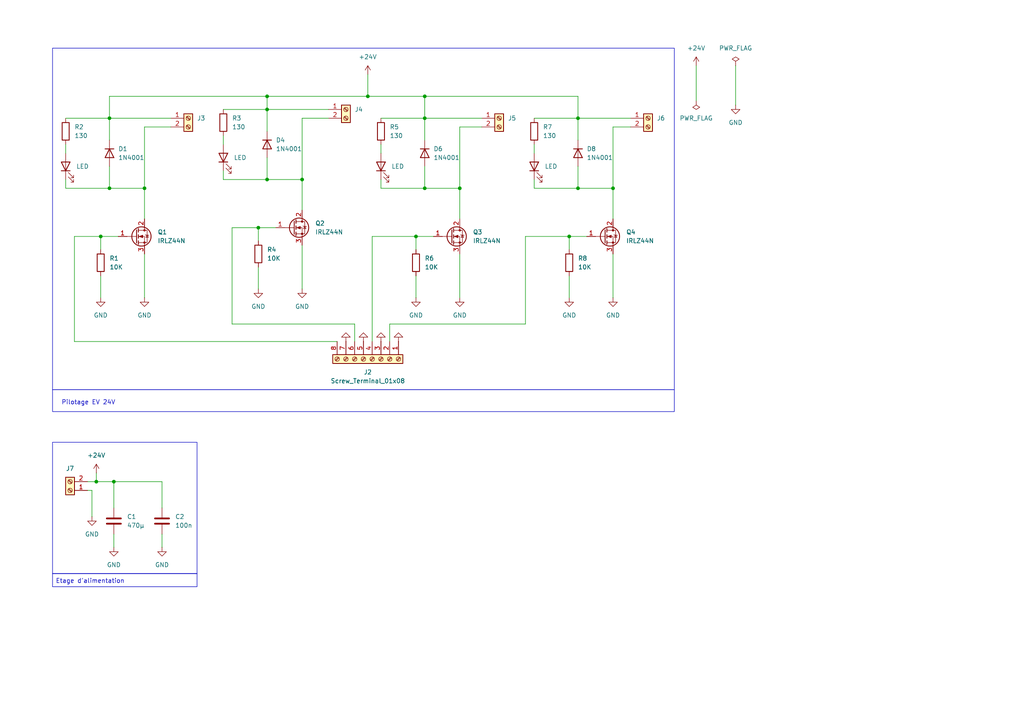
<source format=kicad_sch>
(kicad_sch (version 20231120) (generator "eeschema") (generator_version "8.0")
  (paper "A4")
  (title_block (title "Pilotage EV 24V / Pompe") (date "2024-06-20") (company "Integra Metering ") (comment 1 "Amine Hatibi"))
  (lib_symbols
    (symbol "Connector:Screw_Terminal_01x02" (pin_names (offset 1.016) hide)
      (property "Reference" "J" (at 0 2.54 0))
      (property "Value" "Screw_Terminal_01x02" (at 0 -5.08 0))
      (symbol "Screw_Terminal_01x02_1_1"
        (rectangle (start -1.27 1.27) (end 1.27 -3.81) (stroke (width 0.254)) (fill (type background)))
        (circle (center 0 -2.54) (radius 0.635) (stroke (width 0.1524)))
        (polyline (pts (xy -0.5334 -2.2098) (xy 0.3302 -3.048)) (stroke (width 0.1524)))
        (polyline (pts (xy -0.5334 0.3302) (xy 0.3302 -0.508)) (stroke (width 0.1524)))
        (polyline (pts (xy -0.3556 -2.032) (xy 0.508 -2.8702)) (stroke (width 0.1524)))
        (polyline (pts (xy -0.3556 0.508) (xy 0.508 -0.3302)) (stroke (width 0.1524)))
        (circle (center 0 0) (radius 0.635) (stroke (width 0.1524)))
        (pin passive line (at -5.08 0 0) (length 3.81) (name "Pin_1") (number "1"))
        (pin passive line (at -5.08 -2.54 0) (length 3.81) (name "Pin_2") (number "2"))
      )
    )
    (symbol "Connector:Screw_Terminal_01x08" (pin_names (offset 1.016) hide)
      (property "Reference" "J" (at 0 10.16 0))
      (property "Value" "Screw_Terminal_01x08" (at 0 -12.7 0))
      (symbol "Screw_Terminal_01x08_1_1"
        (rectangle (start -1.27 8.89) (end 1.27 -11.43) (stroke (width 0.254)) (fill (type background)))
        (circle (center 0 -10.16) (radius 0.635) (stroke (width 0.1524)))
        (circle (center 0 -7.62) (radius 0.635) (stroke (width 0.1524)))
        (circle (center 0 -5.08) (radius 0.635) (stroke (width 0.1524)))
        (circle (center 0 -2.54) (radius 0.635) (stroke (width 0.1524)))
        (polyline (pts (xy -0.5334 -9.8298) (xy 0.3302 -10.668)) (stroke (width 0.1524)))
        (polyline (pts (xy -0.5334 -7.2898) (xy 0.3302 -8.128)) (stroke (width 0.1524)))
        (polyline (pts (xy -0.5334 -4.7498) (xy 0.3302 -5.588)) (stroke (width 0.1524)))
        (polyline (pts (xy -0.5334 -2.2098) (xy 0.3302 -3.048)) (stroke (width 0.1524)))
        (polyline (pts (xy -0.5334 0.3302) (xy 0.3302 -0.508)) (stroke (width 0.1524)))
        (polyline (pts (xy -0.5334 2.8702) (xy 0.3302 2.032)) (stroke (width 0.1524)))
        (polyline (pts (xy -0.5334 5.4102) (xy 0.3302 4.572)) (stroke (width 0.1524)))
        (polyline (pts (xy -0.5334 7.9502) (xy 0.3302 7.112)) (stroke (width 0.1524)))
        (polyline (pts (xy -0.3556 -9.652) (xy 0.508 -10.4902)) (stroke (width 0.1524)))
        (polyline (pts (xy -0.3556 -7.112) (xy 0.508 -7.9502)) (stroke (width 0.1524)))
        (polyline (pts (xy -0.3556 -4.572) (xy 0.508 -5.4102)) (stroke (width 0.1524)))
        (polyline (pts (xy -0.3556 -2.032) (xy 0.508 -2.8702)) (stroke (width 0.1524)))
        (polyline (pts (xy -0.3556 0.508) (xy 0.508 -0.3302)) (stroke (width 0.1524)))
        (polyline (pts (xy -0.3556 3.048) (xy 0.508 2.2098)) (stroke (width 0.1524)))
        (polyline (pts (xy -0.3556 5.588) (xy 0.508 4.7498)) (stroke (width 0.1524)))
        (polyline (pts (xy -0.3556 8.128) (xy 0.508 7.2898)) (stroke (width 0.1524)))
        (circle (center 0 0) (radius 0.635) (stroke (width 0.1524)))
        (circle (center 0 2.54) (radius 0.635) (stroke (width 0.1524)))
        (circle (center 0 5.08) (radius 0.635) (stroke (width 0.1524)))
        (circle (center 0 7.62) (radius 0.635) (stroke (width 0.1524)))
        (pin passive line (at -5.08 7.62 0) (length 3.81) (name "Pin_1") (number "1"))
        (pin passive line (at -5.08 5.08 0) (length 3.81) (name "Pin_2") (number "2"))
        (pin passive line (at -5.08 2.54 0) (length 3.81) (name "Pin_3") (number "3"))
        (pin passive line (at -5.08 0 0) (length 3.81) (name "Pin_4") (number "4"))
        (pin passive line (at -5.08 -2.54 0) (length 3.81) (name "Pin_5") (number "5"))
        (pin passive line (at -5.08 -5.08 0) (length 3.81) (name "Pin_6") (number "6"))
        (pin passive line (at -5.08 -7.62 0) (length 3.81) (name "Pin_7") (number "7"))
        (pin passive line (at -5.08 -10.16 0) (length 3.81) (name "Pin_8") (number "8"))
      )
    )
    (symbol "Device:C" (pin_numbers hide) (pin_names (offset 0.254))
      (property "Reference" "C" (at 0.635 2.54 0))
      (property "Value" "C" (at 0.635 -2.54 0))
      (symbol "C_0_1"
        (polyline (pts (xy -2.032 -0.762) (xy 2.032 -0.762)) (stroke (width 0.508)))
        (polyline (pts (xy -2.032 0.762) (xy 2.032 0.762)) (stroke (width 0.508)))
      )
      (symbol "C_1_1"
        (pin passive line (at 0 3.81 270) (length 2.794) (name "~") (number "1"))
        (pin passive line (at 0 -3.81 90) (length 2.794) (name "~") (number "2"))
      )
    )
    (symbol "Device:LED" (pin_numbers hide) (pin_names (offset 1.016) hide)
      (property "Reference" "D" (at 0 2.54 0))
      (property "Value" "LED" (at 0 -2.54 0))
      (symbol "LED_0_1"
        (polyline (pts (xy -1.27 -1.27) (xy -1.27 1.27)) (stroke (width 0.254)))
        (polyline (pts (xy -1.27 0) (xy 1.27 0)))
        (polyline (pts (xy 1.27 -1.27) (xy 1.27 1.27) (xy -1.27 0) (xy 1.27 -1.27)) (stroke (width 0.254)))
        (polyline (pts (xy -3.048 -0.762) (xy -4.572 -2.286) (xy -3.81 -2.286) (xy -4.572 -2.286) (xy -4.572 -1.524)))
        (polyline (pts (xy -1.778 -0.762) (xy -3.302 -2.286) (xy -2.54 -2.286) (xy -3.302 -2.286) (xy -3.302 -1.524)))
      )
      (symbol "LED_1_1"
        (pin passive line (at -3.81 0 0) (length 2.54) (name "K") (number "1"))
        (pin passive line (at 3.81 0 180) (length 2.54) (name "A") (number "2"))
      )
    )
    (symbol "Device:R" (pin_numbers hide) (pin_names (offset 0))
      (property "Reference" "R" (at 2.032 0 90))
      (property "Value" "R" (at 0 0 90))
      (symbol "R_0_1"
        (rectangle (start -1.016 -2.54) (end 1.016 2.54) (stroke (width 0.254)))
      )
      (symbol "R_1_1"
        (pin passive line (at 0 3.81 270) (length 1.27) (name "~") (number "1"))
        (pin passive line (at 0 -3.81 90) (length 1.27) (name "~") (number "2"))
      )
    )
    (symbol "Diode:1N4001" (pin_numbers hide) (pin_names hide)
      (property "Reference" "D" (at 0 2.54 0))
      (property "Value" "1N4001" (at 0 -2.54 0))
      (symbol "1N4001_0_1"
        (polyline (pts (xy -1.27 1.27) (xy -1.27 -1.27)) (stroke (width 0.254)))
        (polyline (pts (xy 1.27 0) (xy -1.27 0)))
        (polyline (pts (xy 1.27 1.27) (xy 1.27 -1.27) (xy -1.27 0) (xy 1.27 1.27)) (stroke (width 0.254)))
      )
      (symbol "1N4001_1_1"
        (pin passive line (at -3.81 0 0) (length 2.54) (name "K") (number "1"))
        (pin passive line (at 3.81 0 180) (length 2.54) (name "A") (number "2"))
      )
    )
    (symbol "R_1" (pin_numbers hide) (pin_names (offset 0))
      (property "Reference" "R" (at 2.032 0 90))
      (property "Value" "R" (at 0 0 90))
      (symbol "R_1_0_1"
        (rectangle (start -1.016 -2.54) (end 1.016 2.54) (stroke (width 0.254)))
      )
      (symbol "R_1_1_1"
        (pin passive line (at 0 3.81 270) (length 1.27) (name "~") (number "1"))
        (pin passive line (at 0 -3.81 90) (length 1.27) (name "~") (number "2"))
      )
    )
    (symbol "Transistor_FET:IRLZ44N" (pin_names hide)
      (property "Reference" "Q" (at 5.08 1.905 0))
      (property "Value" "IRLZ44N" (at 5.08 0 0))
      (symbol "IRLZ44N_0_1"
        (polyline (pts (xy 0.254 0) (xy -2.54 0)))
        (polyline (pts (xy 0.254 1.905) (xy 0.254 -1.905)) (stroke (width 0.254)))
        (polyline (pts (xy 0.762 -1.27) (xy 0.762 -2.286)) (stroke (width 0.254)))
        (polyline (pts (xy 0.762 0.508) (xy 0.762 -0.508)) (stroke (width 0.254)))
        (polyline (pts (xy 0.762 2.286) (xy 0.762 1.27)) (stroke (width 0.254)))
        (polyline (pts (xy 2.54 2.54) (xy 2.54 1.778)))
        (polyline (pts (xy 2.54 -2.54) (xy 2.54 0) (xy 0.762 0)))
        (polyline (pts (xy 0.762 -1.778) (xy 3.302 -1.778) (xy 3.302 1.778) (xy 0.762 1.778)))
        (polyline (pts (xy 1.016 0) (xy 2.032 0.381) (xy 2.032 -0.381) (xy 1.016 0)) (fill (type outline)))
        (polyline (pts (xy 2.794 0.508) (xy 2.921 0.381) (xy 3.683 0.381) (xy 3.81 0.254)))
        (polyline (pts (xy 3.302 0.381) (xy 2.921 -0.254) (xy 3.683 -0.254) (xy 3.302 0.381)))
        (circle (center 1.651 0) (radius 2.794) (stroke (width 0.254)))
        (circle (center 2.54 -1.778) (radius 0.254) (fill (type outline)))
        (circle (center 2.54 1.778) (radius 0.254) (fill (type outline)))
      )
      (symbol "IRLZ44N_1_1"
        (pin input line (at -5.08 0 0) (length 2.54) (name "G") (number "1"))
        (pin passive line (at 2.54 5.08 270) (length 2.54) (name "D") (number "2"))
        (pin passive line (at 2.54 -5.08 90) (length 2.54) (name "S") (number "3"))
      )
    )
    (symbol "power:GND" (power) (pin_numbers hide) (pin_names (offset 0) hide)
      (property "Value" "GND" (at 0 -3.81 0))
      (symbol "GND_0_1"
        (polyline (pts (xy 0 0) (xy 0 -1.27) (xy 1.27 -1.27) (xy 0 -2.54) (xy -1.27 -1.27) (xy 0 -1.27)))
      )
      (symbol "GND_1_1"
        (pin power_in line (at 0 0 270) (length 0) (name "~") (number "1"))
      )
    )
    (symbol "power:PWR_FLAG" (power) (pin_numbers hide) (pin_names (offset 0) hide)
      (property "Value" "PWR_FLAG" (at 0 3.81 0))
      (symbol "PWR_FLAG_0_0"
        (pin power_out line (at 0 0 90) (length 0) (name "~") (number "1"))
      )
      (symbol "PWR_FLAG_0_1"
        (polyline (pts (xy 0 0) (xy 0 1.27) (xy -1.016 1.905) (xy 0 2.54) (xy 1.016 1.905) (xy 0 1.27)))
      )
    )
    (symbol "power:VCC" (power) (pin_numbers hide) (pin_names (offset 0) hide)
      (property "Value" "VCC" (at 0 3.556 0))
      (symbol "VCC_0_1"
        (polyline (pts (xy -0.762 1.27) (xy 0 2.54)))
        (polyline (pts (xy 0 0) (xy 0 2.54)))
        (polyline (pts (xy 0 2.54) (xy 0.762 1.27)))
      )
      (symbol "VCC_1_1"
        (pin power_in line (at 0 0 90) (length 0) (name "~") (number "1"))
      )
    )
  )
  (junction (at 177.8 54.61))
  (junction (at 123.19 54.61))
  (junction (at 120.65 68.58))
  (junction (at 41.91 54.61))
  (junction (at 123.19 34.29))
  (junction (at 77.47 52.07))
  (junction (at 77.47 31.75))
  (junction (at 29.21 68.58))
  (junction (at 74.93 66.04))
  (junction (at 165.1 68.58))
  (junction (at 31.75 34.29))
  (junction (at 33.02 139.7))
  (junction (at 27.94 139.7))
  (junction (at 77.47 27.94))
  (junction (at 106.68 27.94))
  (junction (at 87.63 52.07))
  (junction (at 123.19 27.94))
  (junction (at 31.75 54.61))
  (junction (at 167.64 34.29))
  (junction (at 133.35 54.61))
  (junction (at 167.64 54.61))
  (wire (pts (xy 167.64 34.29) (xy 182.88 34.29)))
  (wire (pts (xy 102.87 99.06) (xy 102.87 93.98)))
  (wire (pts (xy 87.63 71.12) (xy 87.63 83.82)))
  (wire (pts (xy 110.49 41.91) (xy 110.49 44.45)))
  (wire (pts (xy 77.47 52.07) (xy 77.47 45.72)))
  (wire (pts (xy 123.19 54.61) (xy 133.35 54.61)))
  (wire (pts (xy 41.91 73.66) (xy 41.91 86.36)))
  (wire (pts (xy 106.68 27.94) (xy 123.19 27.94)))
  (wire (pts (xy 25.4 142.24) (xy 26.67 142.24)))
  (wire (pts (xy 33.02 139.7) (xy 33.02 147.32)))
  (wire (pts (xy 77.47 52.07) (xy 87.63 52.07)))
  (wire (pts (xy 167.64 34.29) (xy 167.64 40.64)))
  (wire (pts (xy 167.64 54.61) (xy 177.8 54.61)))
  (wire (pts (xy 46.99 139.7) (xy 46.99 147.32)))
  (wire (pts (xy 177.8 36.83) (xy 177.8 54.61)))
  (wire (pts (xy 201.93 19.05) (xy 201.93 29.21)))
  (wire (pts (xy 77.47 27.94) (xy 106.68 27.94)))
  (wire (pts (xy 154.94 52.07) (xy 154.94 54.61)))
  (wire (pts (xy 110.49 54.61) (xy 123.19 54.61)))
  (wire (pts (xy 165.1 68.58) (xy 165.1 72.39)))
  (wire (pts (xy 64.77 49.53) (xy 64.77 52.07)))
  (wire (pts (xy 107.95 68.58) (xy 120.65 68.58)))
  (wire (pts (xy 167.64 27.94) (xy 167.64 34.29)))
  (wire (pts (xy 106.68 21.59) (xy 106.68 27.94)))
  (wire (pts (xy 133.35 36.83) (xy 133.35 54.61)))
  (wire (pts (xy 26.67 142.24) (xy 26.67 149.86)))
  (wire (pts (xy 21.59 99.06) (xy 97.79 99.06)))
  (wire (pts (xy 113.03 93.98) (xy 152.4 93.98)))
  (wire (pts (xy 167.64 54.61) (xy 167.64 48.26)))
  (wire (pts (xy 25.4 139.7) (xy 27.94 139.7)))
  (wire (pts (xy 120.65 80.01) (xy 120.65 86.36)))
  (wire (pts (xy 177.8 54.61) (xy 177.8 63.5)))
  (wire (pts (xy 29.21 68.58) (xy 34.29 68.58)))
  (wire (pts (xy 77.47 31.75) (xy 77.47 38.1)))
  (wire (pts (xy 123.19 27.94) (xy 167.64 27.94)))
  (wire (pts (xy 21.59 99.06) (xy 21.59 68.58)))
  (wire (pts (xy 107.95 99.06) (xy 107.95 68.58)))
  (wire (pts (xy 19.05 54.61) (xy 31.75 54.61)))
  (wire (pts (xy 74.93 66.04) (xy 80.01 66.04)))
  (wire (pts (xy 95.25 34.29) (xy 87.63 34.29)))
  (wire (pts (xy 154.94 34.29) (xy 167.64 34.29)))
  (wire (pts (xy 64.77 39.37) (xy 64.77 41.91)))
  (wire (pts (xy 165.1 80.01) (xy 165.1 86.36)))
  (wire (pts (xy 133.35 54.61) (xy 133.35 63.5)))
  (wire (pts (xy 27.94 137.16) (xy 27.94 139.7)))
  (wire (pts (xy 46.99 154.94) (xy 46.99 158.75)))
  (wire (pts (xy 49.53 36.83) (xy 41.91 36.83)))
  (wire (pts (xy 21.59 68.58) (xy 29.21 68.58)))
  (wire (pts (xy 31.75 54.61) (xy 31.75 48.26)))
  (wire (pts (xy 120.65 68.58) (xy 125.73 68.58)))
  (wire (pts (xy 31.75 34.29) (xy 31.75 27.94)))
  (wire (pts (xy 41.91 36.83) (xy 41.91 54.61)))
  (wire (pts (xy 213.36 19.05) (xy 213.36 30.48)))
  (wire (pts (xy 33.02 139.7) (xy 46.99 139.7)))
  (wire (pts (xy 102.87 93.98) (xy 67.31 93.98)))
  (wire (pts (xy 31.75 54.61) (xy 41.91 54.61)))
  (wire (pts (xy 123.19 34.29) (xy 139.7 34.29)))
  (wire (pts (xy 120.65 68.58) (xy 120.65 72.39)))
  (wire (pts (xy 139.7 36.83) (xy 133.35 36.83)))
  (wire (pts (xy 31.75 27.94) (xy 77.47 27.94)))
  (wire (pts (xy 27.94 139.7) (xy 33.02 139.7)))
  (wire (pts (xy 41.91 54.61) (xy 41.91 63.5)))
  (wire (pts (xy 29.21 80.01) (xy 29.21 86.36)))
  (wire (pts (xy 31.75 34.29) (xy 49.53 34.29)))
  (wire (pts (xy 74.93 77.47) (xy 74.93 83.82)))
  (wire (pts (xy 154.94 41.91) (xy 154.94 44.45)))
  (wire (pts (xy 182.88 36.83) (xy 177.8 36.83)))
  (wire (pts (xy 113.03 99.06) (xy 113.03 93.98)))
  (wire (pts (xy 87.63 34.29) (xy 87.63 52.07)))
  (wire (pts (xy 123.19 27.94) (xy 123.19 34.29)))
  (wire (pts (xy 33.02 154.94) (xy 33.02 158.75)))
  (wire (pts (xy 123.19 34.29) (xy 123.19 40.64)))
  (wire (pts (xy 87.63 52.07) (xy 87.63 60.96)))
  (wire (pts (xy 64.77 31.75) (xy 77.47 31.75)))
  (wire (pts (xy 154.94 54.61) (xy 167.64 54.61)))
  (wire (pts (xy 31.75 34.29) (xy 31.75 40.64)))
  (wire (pts (xy 110.49 52.07) (xy 110.49 54.61)))
  (wire (pts (xy 152.4 68.58) (xy 152.4 93.98)))
  (wire (pts (xy 19.05 34.29) (xy 31.75 34.29)))
  (wire (pts (xy 165.1 68.58) (xy 170.18 68.58)))
  (wire (pts (xy 19.05 52.07) (xy 19.05 54.61)))
  (wire (pts (xy 152.4 68.58) (xy 165.1 68.58)))
  (wire (pts (xy 177.8 73.66) (xy 177.8 86.36)))
  (wire (pts (xy 29.21 68.58) (xy 29.21 72.39)))
  (wire (pts (xy 77.47 31.75) (xy 95.25 31.75)))
  (wire (pts (xy 110.49 34.29) (xy 123.19 34.29)))
  (wire (pts (xy 64.77 52.07) (xy 77.47 52.07)))
  (wire (pts (xy 74.93 66.04) (xy 74.93 69.85)))
  (wire (pts (xy 67.31 66.04) (xy 74.93 66.04)))
  (wire (pts (xy 77.47 27.94) (xy 77.47 31.75)))
  (wire (pts (xy 133.35 73.66) (xy 133.35 86.36)))
  (wire (pts (xy 123.19 54.61) (xy 123.19 48.26)))
  (wire (pts (xy 19.05 41.91) (xy 19.05 44.45)))
  (wire (pts (xy 67.31 93.98) (xy 67.31 66.04)))
  (rectangle (start 15.24 128.27) (end 57.15 166.37))
  (rectangle (start 15.24 113.03) (end 195.58 119.38))
  (rectangle (start 15.24 13.97) (end 195.58 113.03))
  (rectangle (start 15.24 166.37) (end 57.15 170.18))
  (text "Etage d'alimentation\n\n" (at 26.162 169.672 0) (effects (font (size 1.27 1.27))))
  (text "Pilotage EV 24V\n" (at 25.654 116.84 0) (effects (font (size 1.27 1.27))))
  (symbol (lib_id "power:VCC") (at 106.68 21.59 0) (unit 1)
    (property "Reference" "#PWR013" (effects (hide yes)))
    (property "Value" "+24V" (at 106.68 16.51 0))
    (property "Description" "Power symbol creates a global label with name \"VCC\"" (effects (hide yes)))
  )
  (symbol (lib_id "power:GND") (at 177.8 86.36 0) (unit 1)
    (property "Reference" "#PWR012" (effects (hide yes)))
    (property "Value" "GND" (at 177.8 91.44 0))
    (property "Description" "Power symbol creates a global label with name \"GND\" , ground" (effects (hide yes)))
  )
  (symbol (lib_id "Connector:Screw_Terminal_01x02") (at 144.78 34.29 0) (unit 1)
    (property "Reference" "J5" (at 147.32 34.2899 0) (effects (justify left)))
    (property "Value" "Screw_Terminal_01x02" (effects (hide yes)))
    (property "Description" "Generic screw terminal, single row, 01x02, script generated (kicad-library-utils/schlib/autogen/connector/)" (effects (hide yes)))
  )
  (symbol (lib_id "Transistor_FET:IRLZ44N") (at 130.81 68.58 0) (unit 1)
    (property "Reference" "Q3" (at 137.16 67.3099 0) (effects (justify left)))
    (property "Value" "IRLZ44N" (at 137.16 69.8499 0) (effects (justify left)))
    (property "Footprint" "Package_TO_SOT_THT:TO-220-3_Vertical" (effects (hide yes)))
    (property "Datasheet" "http://www.irf.com/product-info/datasheets/data/irlz44n.pdf" (effects (hide yes)))
    (property "Description" "47A Id, 55V Vds, 22mOhm Rds Single N-Channel HEXFET Power MOSFET, TO-220AB" (effects (hide yes)))
  )
  (symbol (lib_id "power:GND") (at 46.99 158.75 0) (unit 1)
    (property "Reference" "#PWR018" (effects (hide yes)))
    (property "Value" "GND" (at 46.99 163.83 0))
    (property "Description" "Power symbol creates a global label with name \"GND\" , ground" (effects (hide yes)))
  )
  (symbol (lib_id "Connector:Screw_Terminal_01x02") (at 54.61 34.29 0) (unit 1)
    (property "Reference" "J3" (at 57.15 34.2899 0) (effects (justify left)))
    (property "Value" "Screw_Terminal_01x02" (effects (hide yes)))
    (property "Description" "Generic screw terminal, single row, 01x02, script generated (kicad-library-utils/schlib/autogen/connector/)" (effects (hide yes)))
  )
  (symbol (lib_id "Device:C") (at 46.99 151.13 0) (unit 1)
    (property "Reference" "C2" (at 50.8 149.8599 0) (effects (justify left)))
    (property "Value" "100n" (at 50.8 152.3999 0) (effects (justify left)))
    (property "Description" "Unpolarized capacitor" (effects (hide yes)))
  )
  (symbol (lib_id "power:PWR_FLAG") (at 201.93 29.21 180) (unit 1)
    (property "Reference" "#FLG01" (effects (hide yes)))
    (property "Value" "PWR_FLAG" (at 201.93 34.29 0))
    (property "Description" "Special symbol for telling ERC where power comes from" (effects (hide yes)))
  )
  (symbol (lib_name "R_1") (lib_id "Device:R") (at 165.1 76.2 0) (unit 1)
    (property "Reference" "R8" (at 167.64 74.9299 0) (effects (justify left)))
    (property "Value" "10K" (at 167.64 77.4699 0) (effects (justify left)))
    (property "Footprint" "Resistor_THT:R_Axial_DIN0411_L9.9mm_D3.6mm_P12.70mm_Horizontal" (effects (hide yes)))
    (property "Description" "Resistor" (effects (hide yes)))
  )
  (symbol (lib_id "power:PWR_FLAG") (at 213.36 19.05 0) (unit 1)
    (property "Reference" "#FLG02" (effects (hide yes)))
    (property "Value" "PWR_FLAG" (at 213.36 13.97 0))
    (property "Description" "Special symbol for telling ERC where power comes from" (effects (hide yes)))
  )
  (symbol (lib_name "R_1") (lib_id "Device:R") (at 120.65 76.2 0) (unit 1)
    (property "Reference" "R6" (at 123.19 74.9299 0) (effects (justify left)))
    (property "Value" "10K" (at 123.19 77.4699 0) (effects (justify left)))
    (property "Footprint" "Resistor_THT:R_Axial_DIN0411_L9.9mm_D3.6mm_P12.70mm_Horizontal" (effects (hide yes)))
    (property "Description" "Resistor" (effects (hide yes)))
  )
  (symbol (lib_id "Device:R") (at 154.94 38.1 0) (unit 1)
    (property "Reference" "R7" (at 157.48 36.8299 0) (effects (justify left)))
    (property "Value" "130" (at 157.48 39.3699 0) (effects (justify left)))
    (property "Footprint" "Resistor_THT:R_Axial_DIN0411_L9.9mm_D3.6mm_P12.70mm_Horizontal" (effects (hide yes)))
    (property "Description" "Resistor" (effects (hide yes)))
  )
  (symbol (lib_id "power:GND") (at 110.49 99.06 180) (unit 1)
    (property "Reference" "#PWR07" (effects (hide yes)))
    (property "Value" "GND" (effects (hide yes)))
    (property "Description" "Power symbol creates a global label with name \"GND\" , ground" (effects (hide yes)))
  )
  (symbol (lib_id "Transistor_FET:IRLZ44N") (at 39.37 68.58 0) (unit 1)
    (property "Reference" "Q1" (at 45.72 67.3099 0) (effects (justify left)))
    (property "Value" "IRLZ44N" (at 45.72 69.8499 0) (effects (justify left)))
    (property "Footprint" "Package_TO_SOT_THT:TO-220-3_Vertical" (effects (hide yes)))
    (property "Datasheet" "http://www.irf.com/product-info/datasheets/data/irlz44n.pdf" (effects (hide yes)))
    (property "Description" "47A Id, 55V Vds, 22mOhm Rds Single N-Channel HEXFET Power MOSFET, TO-220AB" (effects (hide yes)))
  )
  (symbol (lib_id "power:VCC") (at 201.93 19.05 0) (unit 1)
    (property "Reference" "#PWR020" (effects (hide yes)))
    (property "Value" "+24V" (at 201.93 13.97 0))
    (property "Description" "Power symbol creates a global label with name \"VCC\"" (effects (hide yes)))
  )
  (symbol (lib_id "Device:R") (at 19.05 38.1 0) (unit 1)
    (property "Reference" "R2" (at 21.59 36.8299 0) (effects (justify left)))
    (property "Value" "130" (at 21.59 39.3699 0) (effects (justify left)))
    (property "Footprint" "Resistor_THT:R_Axial_DIN0411_L9.9mm_D3.6mm_P12.70mm_Horizontal" (effects (hide yes)))
    (property "Description" "Resistor" (effects (hide yes)))
  )
  (symbol (lib_id "Device:C") (at 33.02 151.13 0) (unit 1)
    (property "Reference" "C1" (at 36.83 149.8599 0) (effects (justify left)))
    (property "Value" "470µ" (at 36.83 152.3999 0) (effects (justify left)))
    (property "Description" "Unpolarized capacitor" (effects (hide yes)))
  )
  (symbol (lib_id "Diode:1N4001") (at 123.19 44.45 270) (unit 1)
    (property "Reference" "D6" (at 125.73 43.1799 90) (effects (justify left)))
    (property "Value" "1N4001" (at 125.73 45.7199 90) (effects (justify left)))
    (property "Footprint" "Diode_THT:D_DO-41_SOD81_P10.16mm_Horizontal" (effects (hide yes)))
    (property "Datasheet" "http://www.vishay.com/docs/88503/1n4001.pdf" (effects (hide yes)))
    (property "Description" "50V 1A General Purpose Rectifier Diode, DO-41" (effects (hide yes)))
    (property "Sim.Device" "D" (effects (hide yes)))
    (property "Sim.Pins" "1=K 2=A" (effects (hide yes)))
  )
  (symbol (lib_id "Diode:1N4001") (at 167.64 44.45 270) (unit 1)
    (property "Reference" "D8" (at 170.18 43.1799 90) (effects (justify left)))
    (property "Value" "1N4001" (at 170.18 45.7199 90) (effects (justify left)))
    (property "Footprint" "Diode_THT:D_DO-41_SOD81_P10.16mm_Horizontal" (effects (hide yes)))
    (property "Datasheet" "http://www.vishay.com/docs/88503/1n4001.pdf" (effects (hide yes)))
    (property "Description" "50V 1A General Purpose Rectifier Diode, DO-41" (effects (hide yes)))
    (property "Sim.Device" "D" (effects (hide yes)))
    (property "Sim.Pins" "1=K 2=A" (effects (hide yes)))
  )
  (symbol (lib_id "power:GND") (at 26.67 149.86 0) (unit 1)
    (property "Reference" "#PWR019" (effects (hide yes)))
    (property "Value" "GND" (at 26.67 154.94 0))
    (property "Description" "Power symbol creates a global label with name \"GND\" , ground" (effects (hide yes)))
  )
  (symbol (lib_id "Connector:Screw_Terminal_01x02") (at 187.96 34.29 0) (unit 1)
    (property "Reference" "J6" (at 190.5 34.2899 0) (effects (justify left)))
    (property "Value" "Screw_Terminal_01x02" (effects (hide yes)))
    (property "Description" "Generic screw terminal, single row, 01x02, script generated (kicad-library-utils/schlib/autogen/connector/)" (effects (hide yes)))
  )
  (symbol (lib_id "Device:LED") (at 110.49 48.26 90) (unit 1)
    (property "Reference" "D5" (effects (hide yes)))
    (property "Value" "LED" (at 113.538 48.26 90) (effects (justify right)))
    (property "Description" "Light emitting diode" (effects (hide yes)))
  )
  (symbol (lib_id "power:GND") (at 41.91 86.36 0) (unit 1)
    (property "Reference" "#PWR01" (effects (hide yes)))
    (property "Value" "GND" (at 41.91 91.44 0))
    (property "Description" "Power symbol creates a global label with name \"GND\" , ground" (effects (hide yes)))
  )
  (symbol (lib_id "power:VCC") (at 27.94 137.16 0) (unit 1)
    (property "Reference" "#PWR022" (effects (hide yes)))
    (property "Value" "+24V" (at 27.94 132.08 0))
    (property "Description" "Power symbol creates a global label with name \"VCC\"" (effects (hide yes)))
  )
  (symbol (lib_id "power:GND") (at 120.65 86.36 0) (unit 1)
    (property "Reference" "#PWR08" (effects (hide yes)))
    (property "Value" "GND" (at 120.65 91.44 0))
    (property "Description" "Power symbol creates a global label with name \"GND\" , ground" (effects (hide yes)))
  )
  (symbol (lib_id "Diode:1N4001") (at 77.47 41.91 270) (unit 1)
    (property "Reference" "D4" (at 80.01 40.6399 90) (effects (justify left)))
    (property "Value" "1N4001" (at 80.01 43.1799 90) (effects (justify left)))
    (property "Footprint" "Diode_THT:D_DO-41_SOD81_P10.16mm_Horizontal" (effects (hide yes)))
    (property "Datasheet" "http://www.vishay.com/docs/88503/1n4001.pdf" (effects (hide yes)))
    (property "Description" "50V 1A General Purpose Rectifier Diode, DO-41" (effects (hide yes)))
    (property "Sim.Device" "D" (effects (hide yes)))
    (property "Sim.Pins" "1=K 2=A" (effects (hide yes)))
  )
  (symbol (lib_id "power:GND") (at 213.36 30.48 0) (unit 1)
    (property "Reference" "#PWR021" (effects (hide yes)))
    (property "Value" "GND" (at 213.36 35.56 0))
    (property "Description" "Power symbol creates a global label with name \"GND\" , ground" (effects (hide yes)))
  )
  (symbol (lib_id "Device:LED") (at 19.05 48.26 90) (unit 1)
    (property "Reference" "D2" (effects (hide yes)))
    (property "Value" "LED" (at 22.098 48.26 90) (effects (justify right)))
    (property "Description" "Light emitting diode" (effects (hide yes)))
  )
  (symbol (lib_id "Device:R") (at 64.77 35.56 0) (unit 1)
    (property "Reference" "R3" (at 67.31 34.2899 0) (effects (justify left)))
    (property "Value" "130" (at 67.31 36.8299 0) (effects (justify left)))
    (property "Footprint" "Resistor_THT:R_Axial_DIN0411_L9.9mm_D3.6mm_P12.70mm_Horizontal" (effects (hide yes)))
    (property "Description" "Resistor" (effects (hide yes)))
  )
  (symbol (lib_id "Transistor_FET:IRLZ44N") (at 175.26 68.58 0) (unit 1)
    (property "Reference" "Q4" (at 181.61 67.3099 0) (effects (justify left)))
    (property "Value" "IRLZ44N" (at 181.61 69.8499 0) (effects (justify left)))
    (property "Footprint" "Package_TO_SOT_THT:TO-220-3_Vertical" (effects (hide yes)))
    (property "Datasheet" "http://www.irf.com/product-info/datasheets/data/irlz44n.pdf" (effects (hide yes)))
    (property "Description" "47A Id, 55V Vds, 22mOhm Rds Single N-Channel HEXFET Power MOSFET, TO-220AB" (effects (hide yes)))
  )
  (symbol (lib_id "power:GND") (at 87.63 83.82 0) (unit 1)
    (property "Reference" "#PWR06" (effects (hide yes)))
    (property "Value" "GND" (at 87.63 88.9 0))
    (property "Description" "Power symbol creates a global label with name \"GND\" , ground" (effects (hide yes)))
  )
  (symbol (lib_id "power:GND") (at 29.21 86.36 0) (unit 1)
    (property "Reference" "#PWR02" (effects (hide yes)))
    (property "Value" "GND" (at 29.21 91.44 0))
    (property "Description" "Power symbol creates a global label with name \"GND\" , ground" (effects (hide yes)))
  )
  (symbol (lib_id "power:GND") (at 165.1 86.36 0) (unit 1)
    (property "Reference" "#PWR011" (effects (hide yes)))
    (property "Value" "GND" (at 165.1 91.44 0))
    (property "Description" "Power symbol creates a global label with name \"GND\" , ground" (effects (hide yes)))
  )
  (symbol (lib_id "power:GND") (at 100.33 99.06 180) (unit 1)
    (property "Reference" "#PWR03" (effects (hide yes)))
    (property "Value" "GND" (effects (hide yes)))
    (property "Description" "Power symbol creates a global label with name \"GND\" , ground" (effects (hide yes)))
  )
  (symbol (lib_id "power:GND") (at 133.35 86.36 0) (unit 1)
    (property "Reference" "#PWR09" (effects (hide yes)))
    (property "Value" "GND" (at 133.35 91.44 0))
    (property "Description" "Power symbol creates a global label with name \"GND\" , ground" (effects (hide yes)))
  )
  (symbol (lib_name "R_1") (lib_id "Device:R") (at 29.21 76.2 0) (unit 1)
    (property "Reference" "R1" (at 31.75 74.9299 0) (effects (justify left)))
    (property "Value" "10K" (at 31.75 77.4699 0) (effects (justify left)))
    (property "Footprint" "Resistor_THT:R_Axial_DIN0411_L9.9mm_D3.6mm_P12.70mm_Horizontal" (effects (hide yes)))
    (property "Description" "Resistor" (effects (hide yes)))
  )
  (symbol (lib_id "Connector:Screw_Terminal_01x02") (at 100.33 31.75 0) (unit 1)
    (property "Reference" "J4" (at 102.87 31.7499 0) (effects (justify left)))
    (property "Value" "Screw_Terminal_01x02" (effects (hide yes)))
    (property "Description" "Generic screw terminal, single row, 01x02, script generated (kicad-library-utils/schlib/autogen/connector/)" (effects (hide yes)))
  )
  (symbol (lib_id "power:GND") (at 33.02 158.75 0) (unit 1)
    (property "Reference" "#PWR017" (effects (hide yes)))
    (property "Value" "GND" (at 33.02 163.83 0))
    (property "Description" "Power symbol creates a global label with name \"GND\" , ground" (effects (hide yes)))
  )
  (symbol (lib_id "Device:LED") (at 64.77 45.72 90) (unit 1)
    (property "Reference" "D3" (effects (hide yes)))
    (property "Value" "LED" (at 67.818 45.72 90) (effects (justify right)))
    (property "Description" "Light emitting diode" (effects (hide yes)))
  )
  (symbol (lib_id "power:GND") (at 74.93 83.82 0) (unit 1)
    (property "Reference" "#PWR05" (effects (hide yes)))
    (property "Value" "GND" (at 74.93 88.9 0))
    (property "Description" "Power symbol creates a global label with name \"GND\" , ground" (effects (hide yes)))
  )
  (symbol (lib_id "power:GND") (at 105.41 99.06 180) (unit 1)
    (property "Reference" "#PWR04" (effects (hide yes)))
    (property "Value" "GND" (effects (hide yes)))
    (property "Description" "Power symbol creates a global label with name \"GND\" , ground" (effects (hide yes)))
  )
  (symbol (lib_name "R_1") (lib_id "Device:R") (at 74.93 73.66 0) (unit 1)
    (property "Reference" "R4" (at 77.47 72.3899 0) (effects (justify left)))
    (property "Value" "10K" (at 77.47 74.9299 0) (effects (justify left)))
    (property "Footprint" "Resistor_THT:R_Axial_DIN0411_L9.9mm_D3.6mm_P12.70mm_Horizontal" (effects (hide yes)))
    (property "Description" "Resistor" (effects (hide yes)))
  )
  (symbol (lib_id "Connector:Screw_Terminal_01x02") (at 20.32 142.24 180) (unit 1)
    (property "Reference" "J7" (at 20.32 135.89 0))
    (property "Value" "Screw_Terminal_01x02" (effects (hide yes)))
    (property "Description" "Generic screw terminal, single row, 01x02, script generated (kicad-library-utils/schlib/autogen/connector/)" (effects (hide yes)))
  )
  (symbol (lib_id "Device:LED") (at 154.94 48.26 90) (unit 1)
    (property "Reference" "D7" (effects (hide yes)))
    (property "Value" "LED" (at 157.988 48.26 90) (effects (justify right)))
    (property "Description" "Light emitting diode" (effects (hide yes)))
  )
  (symbol (lib_id "Device:R") (at 110.49 38.1 0) (unit 1)
    (property "Reference" "R5" (at 113.03 36.8299 0) (effects (justify left)))
    (property "Value" "130" (at 113.03 39.3699 0) (effects (justify left)))
    (property "Footprint" "Resistor_THT:R_Axial_DIN0411_L9.9mm_D3.6mm_P12.70mm_Horizontal" (effects (hide yes)))
    (property "Description" "Resistor" (effects (hide yes)))
  )
  (symbol (lib_id "Transistor_FET:IRLZ44N") (at 85.09 66.04 0) (unit 1)
    (property "Reference" "Q2" (at 91.44 64.7699 0) (effects (justify left)))
    (property "Value" "IRLZ44N" (at 91.44 67.3099 0) (effects (justify left)))
    (property "Footprint" "Package_TO_SOT_THT:TO-220-3_Vertical" (effects (hide yes)))
    (property "Datasheet" "http://www.irf.com/product-info/datasheets/data/irlz44n.pdf" (effects (hide yes)))
    (property "Description" "47A Id, 55V Vds, 22mOhm Rds Single N-Channel HEXFET Power MOSFET, TO-220AB" (effects (hide yes)))
  )
  (symbol (lib_id "Connector:Screw_Terminal_01x08") (at 107.95 104.14 270) (unit 1)
    (property "Reference" "J2" (at 106.68 107.95 90))
    (property "Value" "Screw_Terminal_01x08" (at 106.68 110.49 90))
    (property "Description" "Generic screw terminal, single row, 01x08, script generated (kicad-library-utils/schlib/autogen/connector/)" (effects (hide yes)))
  )
  (symbol (lib_id "power:GND") (at 115.57 99.06 180) (unit 1)
    (property "Reference" "#PWR010" (effects (hide yes)))
    (property "Value" "GND" (effects (hide yes)))
    (property "Description" "Power symbol creates a global label with name \"GND\" , ground" (effects (hide yes)))
  )
  (symbol (lib_id "Diode:1N4001") (at 31.75 44.45 270) (unit 1)
    (property "Reference" "D1" (at 34.29 43.1799 90) (effects (justify left)))
    (property "Value" "1N4001" (at 34.29 45.7199 90) (effects (justify left)))
    (property "Footprint" "Diode_THT:D_DO-41_SOD81_P10.16mm_Horizontal" (effects (hide yes)))
    (property "Datasheet" "http://www.vishay.com/docs/88503/1n4001.pdf" (effects (hide yes)))
    (property "Description" "50V 1A General Purpose Rectifier Diode, DO-41" (effects (hide yes)))
    (property "Sim.Device" "D" (effects (hide yes)))
    (property "Sim.Pins" "1=K 2=A" (effects (hide yes)))
  )
)
</source>
